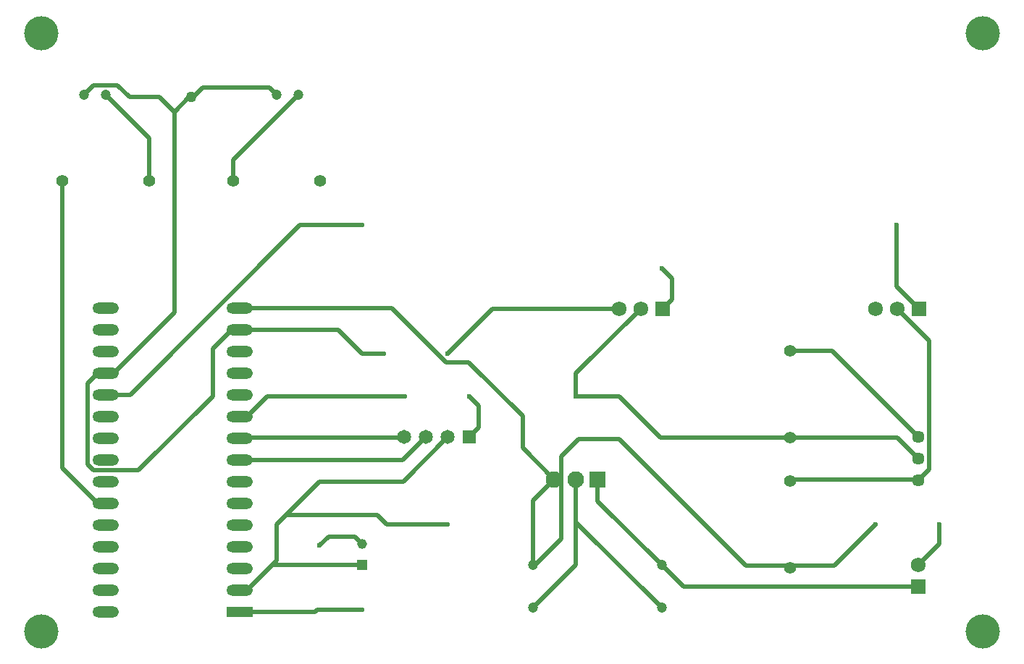
<source format=gtl>
G04*
G04 #@! TF.GenerationSoftware,Altium Limited,Altium Designer,20.1.14 (287)*
G04*
G04 Layer_Physical_Order=1*
G04 Layer_Color=255*
%FSLAX25Y25*%
%MOIN*%
G70*
G04*
G04 #@! TF.SameCoordinates,E164291B-CF09-4FE7-BB31-66095F1D64E0*
G04*
G04*
G04 #@! TF.FilePolarity,Positive*
G04*
G01*
G75*
%ADD14R,0.12247X0.05097*%
G04:AMPARAMS|DCode=15|XSize=122.47mil|YSize=50.97mil|CornerRadius=25.49mil|HoleSize=0mil|Usage=FLASHONLY|Rotation=180.000|XOffset=0mil|YOffset=0mil|HoleType=Round|Shape=RoundedRectangle|*
%AMROUNDEDRECTD15*
21,1,0.12247,0.00000,0,0,180.0*
21,1,0.07150,0.05097,0,0,180.0*
1,1,0.05097,-0.03575,0.00000*
1,1,0.05097,0.03575,0.00000*
1,1,0.05097,0.03575,0.00000*
1,1,0.05097,-0.03575,0.00000*
%
%ADD15ROUNDEDRECTD15*%
%ADD31C,0.01968*%
%ADD32C,0.15748*%
%ADD33C,0.05512*%
%ADD34C,0.05709*%
%ADD35C,0.04724*%
%ADD36C,0.06791*%
%ADD37R,0.06791X0.06791*%
%ADD38C,0.06496*%
%ADD39R,0.06496X0.06496*%
%ADD40R,0.06791X0.06791*%
%ADD41C,0.07618*%
%ADD42R,0.07618X0.07618*%
%ADD43C,0.04528*%
%ADD44R,0.04528X0.04528*%
%ADD45C,0.02362*%
%ADD46C,0.05000*%
D14*
X100945Y18740D02*
D03*
D15*
Y28740D02*
D03*
Y38740D02*
D03*
Y48740D02*
D03*
Y58740D02*
D03*
Y68740D02*
D03*
Y78740D02*
D03*
Y88740D02*
D03*
Y98740D02*
D03*
Y108740D02*
D03*
Y118740D02*
D03*
Y128740D02*
D03*
Y138740D02*
D03*
Y148740D02*
D03*
Y158740D02*
D03*
X39370D02*
D03*
Y148740D02*
D03*
Y138740D02*
D03*
Y128740D02*
D03*
Y118740D02*
D03*
Y108740D02*
D03*
Y98740D02*
D03*
Y88740D02*
D03*
Y78740D02*
D03*
Y68740D02*
D03*
Y58740D02*
D03*
Y48740D02*
D03*
Y38740D02*
D03*
Y28740D02*
D03*
Y18740D02*
D03*
D31*
X249055Y52205D02*
Y90422D01*
X236221Y40315D02*
X236966D01*
X238283Y41632D01*
X238483D01*
X249055Y52205D01*
X97370Y148740D02*
X100945D01*
X88583Y139953D02*
X97370Y148740D01*
X88583Y118110D02*
Y139953D01*
X54499Y84026D02*
X88583Y118110D01*
X33843Y84026D02*
X54499D01*
X31081Y124026D02*
X35795Y128740D01*
X31081Y86788D02*
Y124026D01*
X35795Y128740D02*
X39370D01*
X31081Y86788D02*
X33843Y84026D01*
X39370Y118740D02*
X50704D01*
X128814Y196850D01*
X295276Y177165D02*
X299971Y172470D01*
Y162805D02*
Y172470D01*
X295590Y158425D02*
X299971Y162805D01*
X403543Y168583D02*
Y196850D01*
Y168583D02*
X413701Y158425D01*
X423228Y50157D02*
Y59055D01*
X413386Y40315D02*
X423228Y50157D01*
X141988Y53405D02*
X154232D01*
X137795Y49213D02*
X141988Y53405D01*
X154232D02*
X157480Y50157D01*
Y137795D02*
X167323D01*
X146535Y148740D02*
X157480Y137795D01*
X206693Y118110D02*
X211083Y113721D01*
Y103602D02*
Y113721D01*
X206850Y99370D02*
X211083Y103602D01*
X265905Y69685D02*
X295276Y40315D01*
X265905Y69685D02*
Y79685D01*
X255906Y128740D02*
X285591Y158425D01*
X255906Y118110D02*
Y128740D01*
X196068Y133845D02*
X206478D01*
X231373Y94217D02*
Y108950D01*
X206478Y133845D02*
X231373Y108950D01*
X136744Y19685D02*
X157480D01*
X135799Y18740D02*
X136744Y19685D01*
X116095Y40315D02*
X157480D01*
X100945Y18740D02*
X135799D01*
X44842Y261378D02*
X50315Y255906D01*
X33898Y261378D02*
X44842D01*
X29370Y256850D02*
X33898Y261378D01*
X64098Y255906D02*
X70947Y249057D01*
X59055Y255906D02*
X64098D01*
X50315D02*
X59055D01*
X35795Y68740D02*
X39370D01*
X78740Y255906D02*
X79685D01*
X77795D02*
X78740D01*
X102732Y28740D02*
X104520D01*
X100945Y98740D02*
X101260Y99055D01*
X100945Y108740D02*
X104520D01*
X116095Y40315D02*
X118110Y42331D01*
X176535Y99055D02*
X176850Y99370D01*
X59370Y217480D02*
Y236850D01*
X164431Y63346D02*
X168722Y59055D01*
X255906Y60000D02*
Y79685D01*
X118110Y42331D02*
Y59055D01*
X236221Y40315D02*
Y70000D01*
X255906Y40315D02*
Y60000D01*
X19370Y85165D02*
Y217480D01*
X70947Y156742D02*
Y249057D01*
X39370Y128740D02*
X42945D01*
X79685Y255906D02*
X83976Y260197D01*
X114764D02*
X118110Y256850D01*
X98110Y217480D02*
Y226850D01*
X118110Y59055D02*
X122402Y63346D01*
X137835Y78779D01*
X176221Y88740D02*
X186850Y99370D01*
X249055Y90422D02*
X257059Y98425D01*
X354331Y80000D02*
X354646Y79685D01*
X403701Y99055D02*
X413386Y89370D01*
X19370Y85165D02*
X35795Y68740D01*
X374646Y40000D02*
X393701Y59055D01*
X413701Y79685D02*
X418405Y84390D01*
X403701Y158425D02*
X418405Y143720D01*
X176260Y78779D02*
X196850Y99370D01*
X275590Y118110D02*
X294646Y99055D01*
X418405Y84390D02*
Y143720D01*
X100945Y148740D02*
X146535D01*
X83976Y260197D02*
X114764D01*
X168722Y59055D02*
X196850D01*
X257059Y98425D02*
X275590D01*
X354331Y40000D02*
X374646D01*
X334016D02*
X354331D01*
X294646Y99055D02*
X354331D01*
X403701D01*
X354331Y139055D02*
X373701D01*
X104520Y28740D02*
X116095Y40315D01*
X70947Y249057D02*
X77795Y255906D01*
X236221Y20630D02*
X255906Y40315D01*
X236221Y70000D02*
X245905Y79685D01*
X255906Y118110D02*
X275590D01*
X217480Y158425D02*
X275590D01*
X295276Y40315D02*
X305276Y30315D01*
X104520Y108740D02*
X113890Y118110D01*
X42945Y128740D02*
X70947Y156742D01*
X39370Y256850D02*
X59370Y236850D01*
X231373Y94217D02*
X245905Y79685D01*
X196850Y137795D02*
X217480Y158425D01*
X171173Y158740D02*
X196068Y133845D01*
X98110Y226850D02*
X128110Y256850D01*
X100945Y88740D02*
X176221D01*
X101260Y99055D02*
X176535D01*
X128814Y196850D02*
X157480D01*
X305276Y30315D02*
X413386D01*
X354646Y79685D02*
X413701D01*
X137835Y78779D02*
X176260D01*
X122402Y63346D02*
X164431D01*
X113890Y118110D02*
X177165D01*
X100945Y158740D02*
X171173D01*
X255906Y60000D02*
X295276Y20630D01*
X373701Y139055D02*
X413386Y99370D01*
X275590Y98425D02*
X334016Y40000D01*
D32*
X442913Y285433D02*
D03*
Y9843D02*
D03*
X9843D02*
D03*
Y285433D02*
D03*
D33*
X354331Y139055D02*
D03*
Y99055D02*
D03*
Y39055D02*
D03*
Y79055D02*
D03*
X19370Y217480D02*
D03*
X59370D02*
D03*
X138110D02*
D03*
X98110D02*
D03*
D34*
X413386Y79370D02*
D03*
Y89370D02*
D03*
Y99370D02*
D03*
D35*
X39370Y256850D02*
D03*
X29370D02*
D03*
X128110D02*
D03*
X118110D02*
D03*
X295276Y40315D02*
D03*
Y20630D02*
D03*
X236221D02*
D03*
Y40315D02*
D03*
D36*
X413386D02*
D03*
X393701Y158425D02*
D03*
X403701D02*
D03*
X275590D02*
D03*
X285591D02*
D03*
D37*
X413386Y30315D02*
D03*
D38*
X176850Y99370D02*
D03*
X186850D02*
D03*
X196850D02*
D03*
D39*
X206850D02*
D03*
D40*
X413701Y158425D02*
D03*
X295590D02*
D03*
D41*
X245905Y79685D02*
D03*
X255906D02*
D03*
D42*
X265905D02*
D03*
D43*
X157480Y50157D02*
D03*
D44*
Y40315D02*
D03*
D45*
X295276Y177165D02*
D03*
X403543Y196850D02*
D03*
X423228Y59055D02*
D03*
X137795Y49213D02*
D03*
X167323Y137795D02*
D03*
X206693Y118110D02*
D03*
X157480Y19685D02*
D03*
X59055Y255906D02*
D03*
X157480Y196850D02*
D03*
X196850Y59055D02*
D03*
Y137795D02*
D03*
X255906Y118110D02*
D03*
X393701Y59055D02*
D03*
X177165Y118110D02*
D03*
D46*
X78740Y255906D02*
D03*
M02*

</source>
